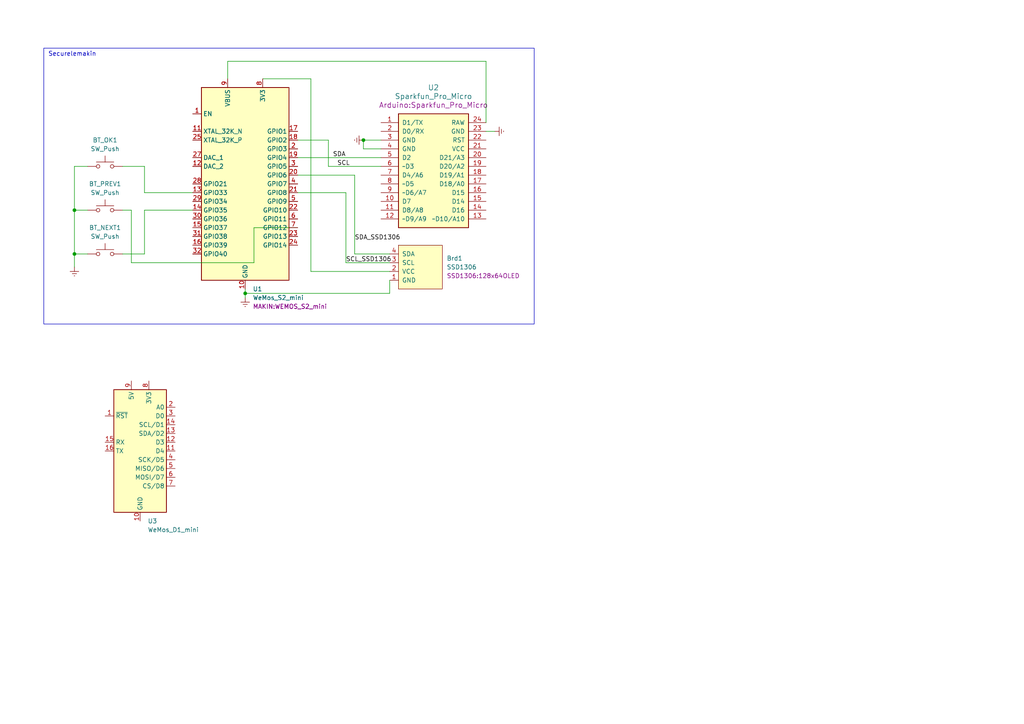
<source format=kicad_sch>
(kicad_sch (version 20231120) (generator "eeschema") (generator_version "8.0")
  (paper "A4")
  (lib_symbols
    (symbol "Arduino:Sparkfun_Pro_Micro" (pin_names (offset 1.016))
      (property "Reference" "U" (at -8.89 21.59 0))
      (property "Value" "Sparkfun_Pro_Micro" (at 0 19.05 0))
      (property "Footprint" "Arduino:Sparkfun_Pro_Micro" (at 0 -16.51 0))
      (symbol "Sparkfun_Pro_Micro_0_1"
        (rectangle (start -10.16 17.78) (end 10.16 -15.24) (stroke (width 0.254)) (fill (type background)))
      )
      (symbol "Sparkfun_Pro_Micro_1_1"
        (pin bidirectional line (at -15.24 15.24 0) (length 5.08) (name "D1/TX") (number "1"))
        (pin bidirectional line (at -15.24 -7.62 0) (length 5.08) (name "D7") (number "10"))
        (pin bidirectional line (at -15.24 -10.16 0) (length 5.08) (name "D8/A8") (number "11"))
        (pin bidirectional line (at -15.24 -12.7 0) (length 5.08) (name "~D9/A9") (number "12"))
        (pin bidirectional line (at 15.24 -12.7 180) (length 5.08) (name "~D10/A10") (number "13"))
        (pin bidirectional line (at 15.24 -10.16 180) (length 5.08) (name "D16") (number "14"))
        (pin bidirectional line (at 15.24 -7.62 180) (length 5.08) (name "D14") (number "15"))
        (pin bidirectional line (at 15.24 -5.08 180) (length 5.08) (name "D15") (number "16"))
        (pin bidirectional line (at 15.24 -2.54 180) (length 5.08) (name "D18/A0") (number "17"))
        (pin bidirectional line (at 15.24 0 180) (length 5.08) (name "D19/A1") (number "18"))
        (pin bidirectional line (at 15.24 2.54 180) (length 5.08) (name "D20/A2") (number "19"))
        (pin bidirectional line (at -15.24 12.7 0) (length 5.08) (name "D0/RX") (number "2"))
        (pin bidirectional line (at 15.24 5.08 180) (length 5.08) (name "D21/A3") (number "20"))
        (pin power_in line (at 15.24 7.62 180) (length 5.08) (name "VCC") (number "21"))
        (pin input line (at 15.24 10.16 180) (length 5.08) (name "RST") (number "22"))
        (pin power_in line (at 15.24 12.7 180) (length 5.08) (name "GND") (number "23"))
        (pin power_in line (at 15.24 15.24 180) (length 5.08) (name "RAW") (number "24"))
        (pin power_in line (at -15.24 10.16 0) (length 5.08) (name "GND") (number "3"))
        (pin power_in line (at -15.24 7.62 0) (length 5.08) (name "GND") (number "4"))
        (pin bidirectional line (at -15.24 5.08 0) (length 5.08) (name "D2") (number "5"))
        (pin bidirectional line (at -15.24 2.54 0) (length 5.08) (name "~D3") (number "6"))
        (pin bidirectional line (at -15.24 0 0) (length 5.08) (name "D4/A6") (number "7"))
        (pin bidirectional line (at -15.24 -2.54 0) (length 5.08) (name "~D5") (number "8"))
        (pin bidirectional line (at -15.24 -5.08 0) (length 5.08) (name "~D6/A7") (number "9"))
      )
    )
    (symbol "MAKIN:WeMos_S2_mini"
      (property "Reference" "U" (at 2.54 -30.48 0))
      (property "Value" "WeMos_S2_mini" (at 2.54 -33.02 0))
      (property "Footprint" "MAKIN:WEMOS_S2_mini" (at 0 -45.72 0))
      (symbol "WeMos_S2_mini_1_1"
        (rectangle (start -12.7 27.94) (end 12.7 -27.94) (stroke (width 0.254)) (fill (type background)))
        (pin input line (at -15.24 20.32 0) (length 2.54) (name "EN") (number "1"))
        (pin power_in line (at 0 -30.48 90) (length 2.54) (name "GND") (number "10"))
        (pin input line (at -15.24 15.24 0) (length 2.54) (name "XTAL_32K_N") (number "11"))
        (pin output line (at -15.24 5.08 0) (length 2.54) (name "DAC_2") (number "12"))
        (pin bidirectional line (at -15.24 -2.54 0) (length 2.54) (name "GPIO33") (number "13"))
        (pin bidirectional line (at -15.24 -7.62 0) (length 2.54) (name "GPIO35") (number "14"))
        (pin bidirectional line (at -15.24 -12.7 0) (length 2.54) (name "GPIO37") (number "15"))
        (pin bidirectional line (at -15.24 -17.78 0) (length 2.54) (name "GPIO39") (number "16"))
        (pin bidirectional line (at 15.24 15.24 180) (length 2.54) (name "GPIO1") (number "17"))
        (pin bidirectional line (at 15.24 12.7 180) (length 2.54) (name "GPIO2") (number "18"))
        (pin bidirectional line (at 15.24 7.62 180) (length 2.54) (name "GPIO4") (number "19"))
        (pin bidirectional line (at 15.24 10.16 180) (length 2.54) (name "GPIO3") (number "2"))
        (pin bidirectional line (at 15.24 2.54 180) (length 2.54) (name "GPIO6") (number "20"))
        (pin bidirectional line (at 15.24 -2.54 180) (length 2.54) (name "GPIO8") (number "21"))
        (pin bidirectional line (at 15.24 -7.62 180) (length 2.54) (name "GPIO10") (number "22"))
        (pin bidirectional line (at 15.24 -15.24 180) (length 2.54) (name "GPIO13") (number "23"))
        (pin bidirectional line (at 15.24 -17.78 180) (length 2.54) (name "GPIO14") (number "24"))
        (pin output line (at -15.24 12.7 0) (length 2.54) (name "XTAL_32K_P") (number "25"))
        (pin passive line (at 0 -30.48 90) (length 2.54) hide (name "GND") (number "26"))
        (pin output line (at -15.24 7.62 0) (length 2.54) (name "DAC_1") (number "27"))
        (pin bidirectional line (at -15.24 0 0) (length 2.54) (name "GPIO21") (number "28"))
        (pin bidirectional line (at -15.24 -5.08 0) (length 2.54) (name "GPIO34") (number "29"))
        (pin bidirectional line (at 15.24 5.08 180) (length 2.54) (name "GPIO5") (number "3"))
        (pin bidirectional line (at -15.24 -10.16 0) (length 2.54) (name "GPIO36") (number "30"))
        (pin bidirectional line (at -15.24 -15.24 0) (length 2.54) (name "GPIO38") (number "31"))
        (pin bidirectional line (at -15.24 -20.32 0) (length 2.54) (name "GPIO40") (number "32"))
        (pin bidirectional line (at 15.24 0 180) (length 2.54) (name "GPIO7") (number "4"))
        (pin bidirectional line (at 15.24 -5.08 180) (length 2.54) (name "GPIO9") (number "5"))
        (pin bidirectional line (at 15.24 -10.16 180) (length 2.54) (name "GPIO11") (number "6"))
        (pin bidirectional line (at 15.24 -12.7 180) (length 2.54) (name "GPIO12") (number "7"))
        (pin power_out line (at 5.08 30.48 270) (length 2.54) (name "3V3") (number "8"))
        (pin power_out line (at -5.08 30.48 270) (length 2.54) (name "VBUS") (number "9"))
      )
    )
    (symbol "MCU_Module:WeMos_D1_mini"
      (property "Reference" "U" (at 3.81 19.05 0))
      (property "Value" "WeMos_D1_mini" (at 1.27 -19.05 0))
      (symbol "WeMos_D1_mini_1_1"
        (rectangle (start -7.62 17.78) (end 7.62 -17.78) (stroke (width 0.254)) (fill (type background)))
        (pin input line (at -10.16 10.16 0) (length 2.54) (name "~{RST}") (number "1"))
        (pin power_in line (at 0 -20.32 90) (length 2.54) (name "GND") (number "10"))
        (pin bidirectional line (at 10.16 0 180) (length 2.54) (name "D4") (number "11"))
        (pin bidirectional line (at 10.16 2.54 180) (length 2.54) (name "D3") (number "12"))
        (pin bidirectional line (at 10.16 5.08 180) (length 2.54) (name "SDA/D2") (number "13"))
        (pin bidirectional line (at 10.16 7.62 180) (length 2.54) (name "SCL/D1") (number "14"))
        (pin input line (at -10.16 2.54 0) (length 2.54) (name "RX") (number "15"))
        (pin output line (at -10.16 0 0) (length 2.54) (name "TX") (number "16"))
        (pin input line (at 10.16 12.7 180) (length 2.54) (name "A0") (number "2"))
        (pin bidirectional line (at 10.16 10.16 180) (length 2.54) (name "D0") (number "3"))
        (pin bidirectional line (at 10.16 -2.54 180) (length 2.54) (name "SCK/D5") (number "4"))
        (pin bidirectional line (at 10.16 -5.08 180) (length 2.54) (name "MISO/D6") (number "5"))
        (pin bidirectional line (at 10.16 -7.62 180) (length 2.54) (name "MOSI/D7") (number "6"))
        (pin bidirectional line (at 10.16 -10.16 180) (length 2.54) (name "CS/D8") (number "7"))
        (pin power_out line (at 2.54 20.32 270) (length 2.54) (name "3V3") (number "8"))
        (pin power_in line (at -2.54 20.32 270) (length 2.54) (name "5V") (number "9"))
      )
    )
    (symbol "SSD1306-128x64_OLED:SSD1306" (pin_names (offset 1.016))
      (property "Reference" "Brd" (at 0 -3.81 0))
      (property "Value" "SSD1306" (at 0 -1.27 0))
      (property "Footprint" "SSD1306:128x64OLED" (at 0 6.35 0))
      (symbol "SSD1306_0_1"
        (rectangle (start -6.35 6.35) (end 6.35 -6.35) (fill (type background)))
      )
      (symbol "SSD1306_1_1"
        (pin input line (at -3.81 8.89 270) (length 2.54) (name "GND") (number "1"))
        (pin input line (at -1.27 8.89 270) (length 2.54) (name "VCC") (number "2"))
        (pin input line (at 1.27 8.89 270) (length 2.54) (name "SCL") (number "3"))
        (pin input line (at 3.81 8.89 270) (length 2.54) (name "SDA") (number "4"))
      )
    )
    (symbol "Switch:SW_Push" (pin_numbers hide) (pin_names (offset 1.016) hide)
      (property "Reference" "SW" (at 1.27 2.54 0))
      (property "Value" "SW_Push" (at 0 -1.524 0))
      (symbol "SW_Push_0_1"
        (circle (center -2.032 0) (radius 0.508))
        (polyline (pts (xy 0 1.27) (xy 0 3.048)))
        (polyline (pts (xy 2.54 1.27) (xy -2.54 1.27)))
        (circle (center 2.032 0) (radius 0.508))
        (pin passive line (at -5.08 0 0) (length 2.54) (name "1") (number "1"))
        (pin passive line (at 5.08 0 180) (length 2.54) (name "2") (number "2"))
      )
    )
    (symbol "power:Earth" (power) (pin_names (offset 0))
      (symbol "Earth_0_1"
        (polyline (pts (xy -0.635 -1.905) (xy 0.635 -1.905)))
        (polyline (pts (xy -0.127 -2.54) (xy 0.127 -2.54)))
        (polyline (pts (xy 0 -1.27) (xy 0 0)))
        (polyline (pts (xy 1.27 -1.27) (xy -1.27 -1.27)))
      )
      (symbol "Earth_1_1"
        (pin power_in line (at 0 0 270) (length 0) hide (name "Earth") (number "1"))
      )
    )
  )
  (junction (at 21.59 73.66))
  (junction (at 21.59 60.96))
  (junction (at 71.12 85.09))
  (junction (at 105.41 40.64))
  (wire (pts (xy 71.12 85.09) (xy 113.03 85.09)))
  (wire (pts (xy 140.97 38.1) (xy 143.51 38.1)))
  (wire (pts (xy 113.03 78.74) (xy 90.17 78.74)))
  (wire (pts (xy 66.04 22.86) (xy 66.04 17.78)))
  (wire (pts (xy 95.25 48.26) (xy 110.49 48.26)))
  (wire (pts (xy 73.66 66.04) (xy 86.36 66.04)))
  (wire (pts (xy 21.59 73.66) (xy 25.4 73.66)))
  (wire (pts (xy 35.56 73.66) (xy 41.91 73.66)))
  (wire (pts (xy 21.59 60.96) (xy 21.59 73.66)))
  (wire (pts (xy 86.36 45.72) (xy 110.49 45.72)))
  (wire (pts (xy 105.41 40.64) (xy 105.41 43.18)))
  (wire (pts (xy 25.4 48.26) (xy 21.59 48.26)))
  (wire (pts (xy 38.1 60.96) (xy 35.56 60.96)))
  (wire (pts (xy 140.97 17.78) (xy 140.97 35.56)))
  (wire (pts (xy 41.91 60.96) (xy 55.88 60.96)))
  (wire (pts (xy 86.36 50.8) (xy 102.87 50.8)))
  (wire (pts (xy 38.1 60.96) (xy 38.1 76.2)))
  (wire (pts (xy 66.04 17.78) (xy 140.97 17.78)))
  (wire (pts (xy 105.41 43.18) (xy 110.49 43.18)))
  (wire (pts (xy 41.91 55.88) (xy 55.88 55.88)))
  (wire (pts (xy 21.59 73.66) (xy 21.59 77.47)))
  (wire (pts (xy 102.87 73.66) (xy 113.03 73.66)))
  (wire (pts (xy 113.03 85.09) (xy 113.03 81.28)))
  (wire (pts (xy 90.17 78.74) (xy 90.17 22.86)))
  (wire (pts (xy 113.03 76.2) (xy 100.33 76.2)))
  (wire (pts (xy 71.12 83.82) (xy 71.12 85.09)))
  (wire (pts (xy 41.91 73.66) (xy 41.91 60.96)))
  (wire (pts (xy 35.56 48.26) (xy 41.91 48.26)))
  (wire (pts (xy 95.25 48.26) (xy 95.25 40.64)))
  (wire (pts (xy 105.41 40.64) (xy 110.49 40.64)))
  (wire (pts (xy 86.36 40.64) (xy 95.25 40.64)))
  (wire (pts (xy 90.17 22.86) (xy 76.2 22.86)))
  (wire (pts (xy 73.66 76.2) (xy 73.66 66.04)))
  (wire (pts (xy 100.33 76.2) (xy 100.33 55.88)))
  (wire (pts (xy 21.59 60.96) (xy 25.4 60.96)))
  (wire (pts (xy 102.87 50.8) (xy 102.87 73.66)))
  (wire (pts (xy 41.91 48.26) (xy 41.91 55.88)))
  (wire (pts (xy 71.12 85.09) (xy 71.12 86.36)))
  (wire (pts (xy 21.59 48.26) (xy 21.59 60.96)))
  (wire (pts (xy 86.36 55.88) (xy 100.33 55.88)))
  (wire (pts (xy 38.1 76.2) (xy 73.66 76.2)))
  (rectangle (start 12.7 13.97) (end 154.94 93.98))
  (text "Securelemakin\n" (at 13.97 16.51 0) (effects (font (size 1.27 1.27)) (justify left bottom)))
  (label "SCL" (at 97.79 48.26 0))
  (label "SDA_SSD1306" (at 102.87 69.85 0))
  (label "SDA" (at 96.52 45.72 0))
  (label "SCL_SSD1306" (at 100.33 76.2 0))
  (symbol (lib_id "power:Earth") (at 71.12 86.36 0) (unit 1)
    (property "Reference" "#PWR03" (effects (hide yes)))
    (property "Value" "Earth" (effects (hide yes)))
  )
  (symbol (lib_id "power:Earth") (at 105.41 40.64 270) (unit 1)
    (property "Reference" "#PWR02" (effects (hide yes)))
    (property "Value" "Earth" (effects (hide yes)))
  )
  (symbol (lib_id "Arduino:Sparkfun_Pro_Micro") (at 125.73 50.8 0) (unit 1)
    (property "Reference" "U2" (at 125.73 25.4 0) (effects (font (size 1.524 1.524))))
    (property "Value" "Sparkfun_Pro_Micro" (at 125.73 27.94 0) (effects (font (size 1.524 1.524))))
    (property "Footprint" "Arduino:Sparkfun_Pro_Micro" (at 125.73 30.48 0) (effects (font (size 1.524 1.524))))
    (property "Datasheet" "https://www.sparkfun.com/products/12640" (effects (hide yes)))
  )
  (symbol (lib_id "MAKIN:WeMos_S2_mini") (at 71.12 53.34 0) (unit 1)
    (property "Reference" "U1" (at 73.3141 83.82 0) (effects (justify left)))
    (property "Value" "WeMos_S2_mini" (at 73.3141 86.36 0) (effects (justify left)))
    (property "Footprint" "MAKIN:WEMOS_S2_mini" (at 73.3141 88.9 0) (effects (justify left)))
    (property "Datasheet" "https://www.wemos.cc/en/latest/s2/s2_mini.html" (effects (hide yes)))
  )
  (symbol (lib_id "power:Earth") (at 143.51 38.1 90) (unit 1)
    (property "Reference" "#PWR01" (effects (hide yes)))
    (property "Value" "Earth" (effects (hide yes)))
  )
  (symbol (lib_id "SSD1306-128x64_OLED:SSD1306") (at 121.92 77.47 90) (unit 1)
    (property "Reference" "Brd1" (at 129.54 74.93 90) (effects (justify right)))
    (property "Value" "SSD1306" (at 129.54 77.47 90) (effects (justify right)))
    (property "Footprint" "SSD1306:128x64OLED" (at 129.54 80.01 90) (effects (justify right)))
  )
  (symbol (lib_id "Switch:SW_Push") (at 30.48 60.96 0) (unit 1)
    (property "Reference" "BT_PREV1" (at 30.48 53.34 0))
    (property "Value" "SW_Push" (at 30.48 55.88 0))
    (property "Footprint" "Button_Switch_THT:SW_PUSH_6mm" (effects (hide yes)))
  )
  (symbol (lib_id "MCU_Module:WeMos_D1_mini") (at 40.64 130.81 0) (unit 1)
    (property "Reference" "U3" (at 42.8341 151.13 0) (effects (justify left)))
    (property "Value" "WeMos_D1_mini" (at 42.8341 153.67 0) (effects (justify left)))
    (property "Footprint" "Module:WEMOS_D1_mini_light" (effects (hide yes)))
    (property "Datasheet" "https://wiki.wemos.cc/products:d1:d1_mini#documentation" (effects (hide yes)))
  )
  (symbol (lib_id "power:Earth") (at 21.59 77.47 0) (unit 1)
    (property "Reference" "#PWR04" (effects (hide yes)))
    (property "Value" "Earth" (effects (hide yes)))
  )
  (symbol (lib_id "Switch:SW_Push") (at 30.48 73.66 0) (unit 1)
    (property "Reference" "BT_NEXT1" (at 30.48 66.04 0))
    (property "Value" "SW_Push" (at 30.48 68.58 0))
    (property "Footprint" "Button_Switch_THT:SW_PUSH_6mm" (effects (hide yes)))
  )
  (symbol (lib_id "Switch:SW_Push") (at 30.48 48.26 0) (unit 1)
    (property "Reference" "BT_OK1" (at 30.48 40.64 0))
    (property "Value" "SW_Push" (at 30.48 43.18 0))
    (property "Footprint" "Button_Switch_THT:SW_PUSH_6mm" (effects (hide yes)))
  )
)
</source>
